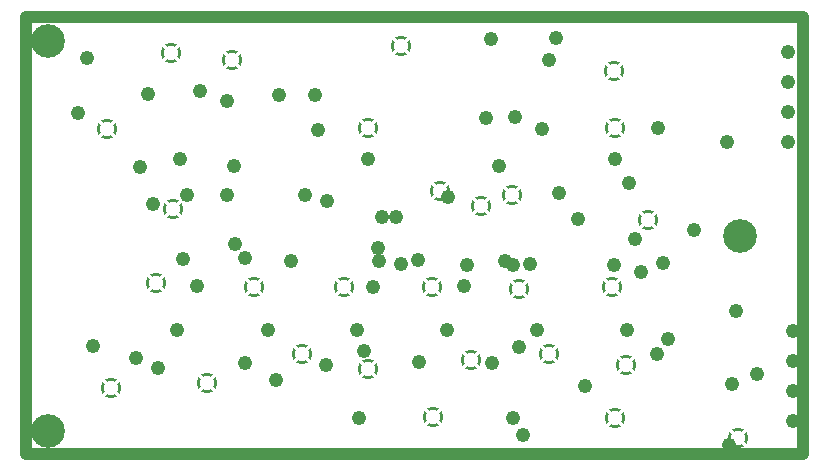
<source format=gbr>
%TF.GenerationSoftware,Altium Limited,Altium Designer,21.1.1 (26)*%
G04 Layer_Physical_Order=3*
G04 Layer_Color=128*
%FSLAX26Y26*%
%MOIN*%
%TF.SameCoordinates,5075B572-C75D-40FD-B4B0-80468548393A*%
%TF.FilePolarity,Negative*%
%TF.FileFunction,Copper,L3,Inr,Plane*%
%TF.Part,Single*%
G01*
G75*
%TA.AperFunction,NonConductor*%
%ADD28C,0.040000*%
%TA.AperFunction,ViaPad*%
%ADD29C,0.049000*%
G04:AMPARAMS|DCode=30|XSize=69mil|YSize=69mil|CornerRadius=0mil|HoleSize=0mil|Usage=FLASHONLY|Rotation=0.000|XOffset=0mil|YOffset=0mil|HoleType=Round|Shape=Relief|Width=10mil|Gap=10mil|Entries=4|*
%AMTHD30*
7,0,0,0.069000,0.049000,0.010000,45*
%
%ADD30THD30*%
%ADD31C,0.112000*%
D28*
X650000Y2425000D02*
X3239999Y2425000D01*
X650000Y2425000D02*
X650000Y970000D01*
X3240000Y970000D01*
X3239999Y2425000D02*
X3240000Y970000D01*
D29*
X3016920Y1446125D02*
D03*
X2876000Y1716000D02*
D03*
X855000Y2290000D02*
D03*
X1615000Y2165000D02*
D03*
X1792034Y1952598D02*
D03*
X1837617Y1760617D02*
D03*
X1495000Y2165000D02*
D03*
X2702000Y1576500D02*
D03*
X2610000Y1600000D02*
D03*
X2775000Y1605476D02*
D03*
X2679858Y1685500D02*
D03*
X2354416Y1382333D02*
D03*
X2295000Y1325000D02*
D03*
X2110000Y1528000D02*
D03*
X2054562Y1382333D02*
D03*
X875824Y1330552D02*
D03*
X1092063Y1256897D02*
D03*
X825000Y2105000D02*
D03*
X2654268Y1382333D02*
D03*
X1823368Y1657159D02*
D03*
X1754708Y1382333D02*
D03*
X2515000Y1195000D02*
D03*
X2755000Y1301117D02*
D03*
X2330000Y1601500D02*
D03*
X2273162Y1598488D02*
D03*
X2246500Y1611000D02*
D03*
X2059000Y1826000D02*
D03*
X1322000Y1832000D02*
D03*
X1188917Y1832469D02*
D03*
X1649500Y1265779D02*
D03*
X1458500Y1381254D02*
D03*
X1155000Y1382333D02*
D03*
X1960000Y1275000D02*
D03*
X2204373Y1273558D02*
D03*
X3087842Y1235224D02*
D03*
X3003000Y1201000D02*
D03*
X2183711Y2090641D02*
D03*
X2120000Y1600000D02*
D03*
X1484174Y1215000D02*
D03*
X1380000Y1273560D02*
D03*
X1018901Y1288988D02*
D03*
X1320340Y2146500D02*
D03*
X1230000Y2180000D02*
D03*
X1058808Y2170000D02*
D03*
X1073000Y1802000D02*
D03*
X1030000Y1925000D02*
D03*
X1625000Y2050000D02*
D03*
X1345000Y1930000D02*
D03*
X2993237Y1000815D02*
D03*
X3206824Y1380000D02*
D03*
X2791000Y1354000D02*
D03*
X3206824Y1280000D02*
D03*
Y1180000D02*
D03*
Y1080000D02*
D03*
X2986500Y2010238D02*
D03*
X3191824Y2310238D02*
D03*
Y2110238D02*
D03*
Y2010238D02*
D03*
Y2210238D02*
D03*
X1348015Y1670090D02*
D03*
X1653000Y1811772D02*
D03*
X1535405Y1613639D02*
D03*
X1382034Y1623820D02*
D03*
X2280000Y2091000D02*
D03*
X2307000Y1031000D02*
D03*
X1222000Y1528000D02*
D03*
X1827000Y1611000D02*
D03*
X1808000Y1527402D02*
D03*
X1579500Y1833000D02*
D03*
X1958000Y1615000D02*
D03*
X1902000Y1604000D02*
D03*
X2429000Y1840000D02*
D03*
X1883222Y1760592D02*
D03*
X2418000Y2355000D02*
D03*
X2660000Y1871000D02*
D03*
X2202000Y2351000D02*
D03*
X1778000Y1311000D02*
D03*
X1172966Y1618818D02*
D03*
X1760348Y1090042D02*
D03*
X1162966Y1952598D02*
D03*
X2273614Y1090042D02*
D03*
X2227034Y1928978D02*
D03*
X2489934Y1751024D02*
D03*
X2372034Y2051026D02*
D03*
X2612966Y1952598D02*
D03*
X2394028Y2284056D02*
D03*
X2757966Y2054962D02*
D03*
D30*
X1792034D02*
D03*
X2395000Y1301117D02*
D03*
X1140000Y1785000D02*
D03*
X2651279Y1266236D02*
D03*
X2605000Y1525000D02*
D03*
X2295205Y1519535D02*
D03*
X2271761Y1832658D02*
D03*
X2031088Y1844525D02*
D03*
X1570000Y1301117D02*
D03*
X2725000Y1750000D02*
D03*
X935070Y1189854D02*
D03*
X1791466Y1252258D02*
D03*
X2133634Y1284085D02*
D03*
X2005000Y1525000D02*
D03*
X1710000D02*
D03*
X1253342Y1205866D02*
D03*
X1411215Y1524822D02*
D03*
X922152Y2051207D02*
D03*
X1135000Y2305000D02*
D03*
X1084777Y1538049D02*
D03*
X3025150Y1021535D02*
D03*
X2006594Y1093978D02*
D03*
X2167966Y1795000D02*
D03*
X1335972Y2282812D02*
D03*
X2615790Y1090042D02*
D03*
X1901772Y2328872D02*
D03*
X2612966Y2054962D02*
D03*
X2610368Y2246654D02*
D03*
D31*
X725000Y1045000D02*
D03*
Y2345000D02*
D03*
X3030000Y1695000D02*
D03*
%TF.MD5,ec3df2f59add55821e7e27cd46a28931*%
M02*

</source>
